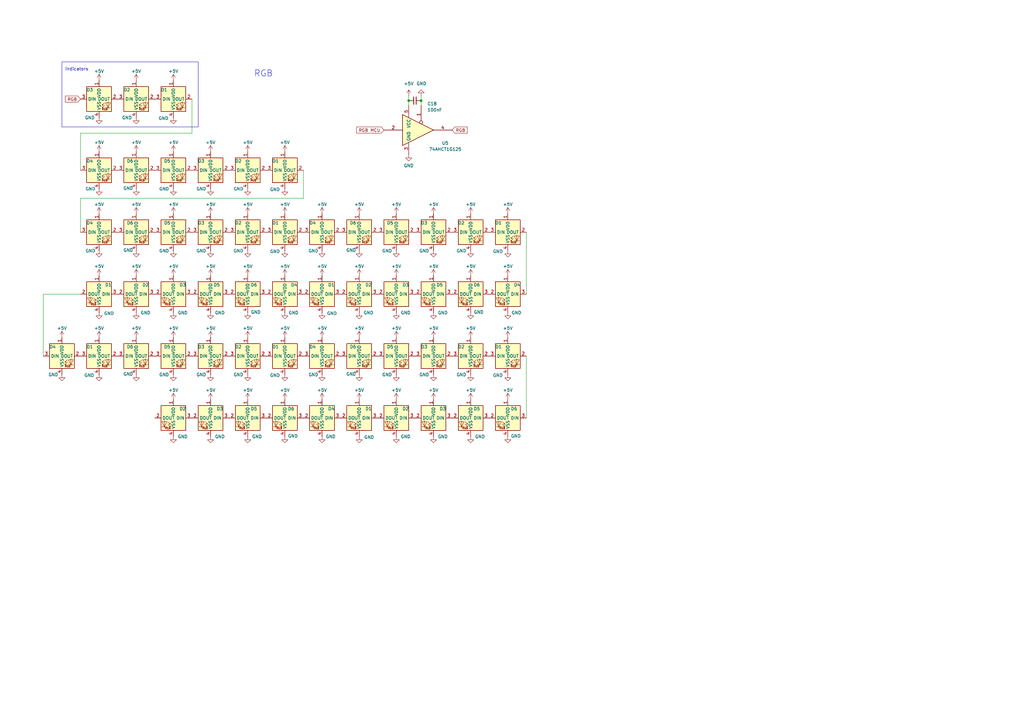
<source format=kicad_sch>
(kicad_sch (version 20230121) (generator eeschema)
  (paper "A3")
  (junction (at 167.64 41.275))
  (junction (at 172.72 41.275))
  (wire (pts (xy 167.64 39.37) (xy 167.64 41.275)))
  (wire (pts (xy 33.02 54.61) (xy 33.02 69.85)))
  (wire (pts (xy 172.72 41.275) (xy 172.72 43.18)))
  (wire (pts (xy 17.78 120.65) (xy 33.02 120.65)))
  (wire (pts (xy 33.02 81.28) (xy 33.02 95.25)))
  (wire (pts (xy 124.46 69.85) (xy 124.46 81.28)))
  (wire (pts (xy 17.78 120.65) (xy 17.78 146.05)))
  (wire (pts (xy 172.72 39.37) (xy 172.72 41.275)))
  (wire (pts (xy 215.9 146.05) (xy 215.9 171.45)))
  (wire (pts (xy 33.02 81.28) (xy 124.46 81.28)))
  (wire (pts (xy 167.64 41.275) (xy 167.64 43.18)))
  (wire (pts (xy 78.74 40.64) (xy 78.74 54.61)))
  (wire (pts (xy 215.9 95.25) (xy 215.9 120.65)))
  (wire (pts (xy 33.02 54.61) (xy 78.74 54.61)))
  (rectangle (start 25.4 25.4) (end 81.28 52.07))
  (text "RGB" (at 104.14 31.75 0) (effects (font (size 2.54 2.54)) (justify left bottom)))
  (text "indicators" (at 26.67 29.21 0) (effects (font (size 1.27 1.27)) (justify left bottom)))
  (global_label "RGB" (shape input) (at 33.02 40.64 180) (property "Intersheetrefs" "${INTERSHEET_REFS}" (effects hide)))
  (global_label "RGB MCU" (shape input) (at 157.48 53.34 180) (property "Intersheetrefs" "${INTERSHEET_REFS}" (effects hide)))
  (global_label "RGB" (shape input) (at 185.42 53.34 0) (property "Intersheetrefs" "${INTERSHEET_REFS}" (effects hide)))
  (symbol (lib_id "PCM_marbastlib-various:SK6812MINI-E") (at 208.28 120.65 0) (mirror y) (unit 1)
    (property "Reference" "D4" (at 212.09 116.84 0))
    (property "Value" "SK6812MINI-E" (effects hide))
    (property "Footprint" "PCM_marbastlib-various:LED_6028R" (effects hide))
    (property "Datasheet" "https://cdn-shop.adafruit.com/product-files/2686/SK6812MINI_REV.01-1-2.pdf" (effects hide))
    (property "LCSC Part" "C5149201" (effects hide))
    (property "LCSC" "C5149201" (effects hide))
    (instances (project "MoonPad" (path "" (reference "D4") (unit 1))) (project "vootington gaming" (path "" (reference "D7") (unit 1)) (path "" (reference "D19") (unit 1))))
  )
  (symbol (lib_id "power:+5V") (at 101.6 138.43 0) (mirror y) (unit 1)
    (property "Reference" "#PWR037" (effects hide))
    (property "Value" "+5V" (at 101.6 134.62 0))
    (instances (project "MoonPad" (path "" (reference "#PWR037") (unit 1))) (project "vootington gaming" (path "" (reference "#PWR037") (unit 1)) (path "" (reference "#PWR0269") (unit 1))))
  )
  (symbol (lib_id "power:GND") (at 132.08 102.87 0) (mirror y) (unit 1)
    (property "Reference" "#PWR045" (effects hide))
    (property "Value" "GND" (at 128.524 102.87 0))
    (instances (project "MoonPad" (path "" (reference "#PWR045") (unit 1))) (project "vootington gaming" (path "" (reference "#PWR051") (unit 1)) (path "" (reference "#PWR051") (unit 1))))
  )
  (symbol (lib_id "power:GND") (at 162.56 179.07 0) (unit 1)
    (property "Reference" "#PWR031" (effects hide))
    (property "Value" "GND" (at 166.37 179.07 0))
    (instances (project "MoonPad" (path "" (reference "#PWR031") (unit 1))) (project "vootington gaming" (path "" (reference "#PWR047") (unit 1)) (path "" (reference "#PWR0351") (unit 1))))
  )
  (symbol (lib_id "PCM_marbastlib-various:SK6812MINI-E") (at 132.08 146.05 0) (unit 1)
    (property "Reference" "D4" (at 128.27 142.24 0))
    (property "Value" "SK6812MINI-E" (effects hide))
    (property "Footprint" "PCM_marbastlib-various:LED_6028R" (effects hide))
    (property "Datasheet" "https://cdn-shop.adafruit.com/product-files/2686/SK6812MINI_REV.01-1-2.pdf" (effects hide))
    (property "LCSC Part" "C5149201" (effects hide))
    (property "LCSC" "C5149201" (effects hide))
    (instances (project "MoonPad" (path "" (reference "D4") (unit 1))) (project "vootington gaming" (path "" (reference "D7") (unit 1)) (path "" (reference "D37") (unit 1))))
  )
  (symbol (lib_id "power:GND") (at 132.08 128.27 0) (unit 1)
    (property "Reference" "#PWR043" (effects hide))
    (property "Value" "GND" (at 136.144 128.524 0))
    (instances (project "MoonPad" (path "" (reference "#PWR043") (unit 1))) (project "vootington gaming" (path "" (reference "#PWR046") (unit 1)) (path "" (reference "#PWR0338") (unit 1))))
  )
  (symbol (lib_id "power:GND") (at 55.88 48.26 0) (mirror y) (unit 1)
    (property "Reference" "#PWR031" (effects hide))
    (property "Value" "GND" (at 52.07 48.26 0))
    (instances (project "MoonPad" (path "" (reference "#PWR031") (unit 1))) (project "vootington gaming" (path "" (reference "#PWR047") (unit 1)) (path "" (reference "#PWR0123") (unit 1))))
  )
  (symbol (lib_id "power:GND") (at 132.08 153.67 0) (mirror y) (unit 1)
    (property "Reference" "#PWR045" (effects hide))
    (property "Value" "GND" (at 128.524 153.67 0))
    (instances (project "MoonPad" (path "" (reference "#PWR045") (unit 1))) (project "vootington gaming" (path "" (reference "#PWR051") (unit 1)) (path "" (reference "#PWR0331") (unit 1))))
  )
  (symbol (lib_id "power:+5V") (at 116.84 113.03 0) (unit 1)
    (property "Reference" "#PWR040" (effects hide))
    (property "Value" "+5V" (at 116.84 109.22 0))
    (instances (project "MoonPad" (path "" (reference "#PWR040") (unit 1))) (project "vootington gaming" (path "" (reference "#PWR038") (unit 1)) (path "" (reference "#PWR0252") (unit 1))))
  )
  (symbol (lib_id "PCM_marbastlib-various:SK6812MINI-E") (at 86.36 171.45 0) (mirror y) (unit 1)
    (property "Reference" "D3" (at 90.17 167.64 0))
    (property "Value" "SK6812MINI-E" (effects hide))
    (property "Footprint" "PCM_marbastlib-various:LED_6028R" (effects hide))
    (property "Datasheet" "https://datasheet.lcsc.com/lcsc/2209211130_OPSCO-Optoelectronics-SK6812MINI-B-012_C5183448.pdf" (effects hide))
    (property "LCSC Part" "C5183448" (effects hide))
    (property "LCSC" "C5183448" (effects hide))
    (instances (project "MoonPad" (path "" (reference "D3") (unit 1))) (project "vootington gaming" (path "" (reference "D4") (unit 1)) (path "" (reference "D46") (unit 1))))
  )
  (symbol (lib_id "power:+5V") (at 177.8 163.83 0) (unit 1)
    (property "Reference" "#PWR040" (effects hide))
    (property "Value" "+5V" (at 177.8 160.02 0))
    (instances (project "MoonPad" (path "" (reference "#PWR040") (unit 1))) (project "vootington gaming" (path "" (reference "#PWR038") (unit 1)) (path "" (reference "#PWR0294") (unit 1))))
  )
  (symbol (lib_id "PCM_marbastlib-various:SK6812MINI-E") (at 71.12 146.05 0) (unit 1)
    (property "Reference" "D5" (at 68.58 142.24 0))
    (property "Value" "SK6812MINI-E" (effects hide))
    (property "Footprint" "PCM_marbastlib-various:LED_6028R" (effects hide))
    (property "Datasheet" "https://datasheet.lcsc.com/lcsc/2209211130_OPSCO-Optoelectronics-SK6812MINI-B-012_C5183448.pdf" (effects hide))
    (property "LCSC Part" "C5183448" (effects hide))
    (property "LCSC" "C5183448" (effects hide))
    (instances (project "MoonPad" (path "" (reference "D5") (unit 1))) (project "vootington gaming" (path "" (reference "D5") (unit 1)) (path "" (reference "D29") (unit 1))))
  )
  (symbol (lib_id "power:+5V") (at 162.56 138.43 0) (mirror y) (unit 1)
    (property "Reference" "#PWR030" (effects hide))
    (property "Value" "+5V" (at 162.56 134.62 0))
    (instances (project "MoonPad" (path "" (reference "#PWR030") (unit 1))) (project "vootington gaming" (path "" (reference "#PWR036") (unit 1)) (path "" (reference "#PWR0277") (unit 1))))
  )
  (symbol (lib_id "PCM_marbastlib-various:SK6812MINI-E") (at 116.84 69.85 0) (unit 1)
    (property "Reference" "D1" (at 113.03 66.04 0))
    (property "Value" "SK6812MINI-E" (effects hide))
    (property "Footprint" "PCM_marbastlib-various:LED_6028R" (effects hide))
    (property "Datasheet" "https://cdn-shop.adafruit.com/product-files/2686/SK6812MINI_REV.01-1-2.pdf" (effects hide))
    (property "LCSC Part" "C5149201" (effects hide))
    (property "LCSC" "C5149201" (effects hide))
    (instances (project "MoonPad" (path "" (reference "D1") (unit 1))) (project "vootington gaming" (path "" (reference "D2") (unit 1)) (path "" (reference "D1") (unit 1))))
  )
  (symbol (lib_id "power:GND") (at 71.12 77.47 0) (mirror y) (unit 1)
    (property "Reference" "#PWR041" (effects hide))
    (property "Value" "GND" (at 67.31 77.47 0))
    (instances (project "MoonPad" (path "" (reference "#PWR041") (unit 1))) (project "vootington gaming" (path "" (reference "#PWR049") (unit 1)) (path "" (reference "#PWR032") (unit 1))))
  )
  (symbol (lib_id "power:+5V") (at 101.6 163.83 0) (unit 1)
    (property "Reference" "#PWR030" (effects hide))
    (property "Value" "+5V" (at 101.6 160.02 0))
    (instances (project "MoonPad" (path "" (reference "#PWR030") (unit 1))) (project "vootington gaming" (path "" (reference "#PWR036") (unit 1)) (path "" (reference "#PWR0301") (unit 1))))
  )
  (symbol (lib_id "power:+5V") (at 132.08 163.83 0) (unit 1)
    (property "Reference" "#PWR040" (effects hide))
    (property "Value" "+5V" (at 132.08 160.02 0))
    (instances (project "MoonPad" (path "" (reference "#PWR040") (unit 1))) (project "vootington gaming" (path "" (reference "#PWR038") (unit 1)) (path "" (reference "#PWR0303") (unit 1))))
  )
  (symbol (lib_id "PCM_marbastlib-various:SK6812MINI-E") (at 208.28 146.05 0) (unit 1)
    (property "Reference" "D1" (at 204.47 142.24 0))
    (property "Value" "SK6812MINI-E" (effects hide))
    (property "Footprint" "PCM_marbastlib-various:LED_6028R" (effects hide))
    (property "Datasheet" "https://cdn-shop.adafruit.com/product-files/2686/SK6812MINI_REV.01-1-2.pdf" (effects hide))
    (property "LCSC Part" "C5149201" (effects hide))
    (property "LCSC" "C5149201" (effects hide))
    (instances (project "MoonPad" (path "" (reference "D1") (unit 1))) (project "vootington gaming" (path "" (reference "D2") (unit 1)) (path "" (reference "D32") (unit 1))))
  )
  (symbol (lib_id "PCM_marbastlib-various:SK6812MINI-E") (at 71.12 69.85 0) (unit 1)
    (property "Reference" "D5" (at 68.58 66.04 0))
    (property "Value" "SK6812MINI-E" (effects hide))
    (property "Footprint" "PCM_marbastlib-various:LED_6028R" (effects hide))
    (property "Datasheet" "https://datasheet.lcsc.com/lcsc/2209211130_OPSCO-Optoelectronics-SK6812MINI-B-012_C5183448.pdf" (effects hide))
    (property "LCSC Part" "C5183448" (effects hide))
    (property "LCSC" "C5183448" (effects hide))
    (instances (project "MoonPad" (path "" (reference "D5") (unit 1))) (project "vootington gaming" (path "" (reference "D5") (unit 1)) (path "" (reference "D51") (unit 1))))
  )
  (symbol (lib_id "power:+5V") (at 132.08 138.43 0) (mirror y) (unit 1)
    (property "Reference" "#PWR040" (effects hide))
    (property "Value" "+5V" (at 132.08 134.62 0))
    (instances (project "MoonPad" (path "" (reference "#PWR040") (unit 1))) (project "vootington gaming" (path "" (reference "#PWR038") (unit 1)) (path "" (reference "#PWR0279") (unit 1))))
  )
  (symbol (lib_id "PCM_marbastlib-various:SK6812MINI-E") (at 101.6 171.45 0) (mirror y) (unit 1)
    (property "Reference" "D5" (at 104.14 167.64 0))
    (property "Value" "SK6812MINI-E" (effects hide))
    (property "Footprint" "PCM_marbastlib-various:LED_6028R" (effects hide))
    (property "Datasheet" "https://datasheet.lcsc.com/lcsc/2209211130_OPSCO-Optoelectronics-SK6812MINI-B-012_C5183448.pdf" (effects hide))
    (property "LCSC Part" "C5183448" (effects hide))
    (property "LCSC" "C5183448" (effects hide))
    (instances (project "MoonPad" (path "" (reference "D5") (unit 1))) (project "vootington gaming" (path "" (reference "D5") (unit 1)) (path "" (reference "D47") (unit 1))))
  )
  (symbol (lib_id "PCM_marbastlib-various:SK6812MINI-E") (at 116.84 171.45 0) (mirror y) (unit 1)
    (property "Reference" "D6" (at 119.38 167.64 0))
    (property "Value" "SK6812MINI-E" (effects hide))
    (property "Footprint" "PCM_marbastlib-various:LED_6028R" (effects hide))
    (property "Datasheet" "https://datasheet.lcsc.com/lcsc/2209211130_OPSCO-Optoelectronics-SK6812MINI-B-012_C5183448.pdf" (effects hide))
    (property "LCSC Part" "C5183448" (effects hide))
    (property "LCSC" "C5183448" (effects hide))
    (instances (project "MoonPad" (path "" (reference "D6") (unit 1))) (project "vootington gaming" (path "" (reference "D6") (unit 1)) (path "" (reference "D48") (unit 1))))
  )
  (symbol (lib_id "power:GND") (at 147.32 128.27 0) (unit 1)
    (property "Reference" "#PWR031" (effects hide))
    (property "Value" "GND" (at 151.13 128.27 0))
    (instances (project "MoonPad" (path "" (reference "#PWR031") (unit 1))) (project "vootington gaming" (path "" (reference "#PWR047") (unit 1)) (path "" (reference "#PWR0339") (unit 1))))
  )
  (symbol (lib_id "power:+5V") (at 116.84 163.83 0) (unit 1)
    (property "Reference" "#PWR037" (effects hide))
    (property "Value" "+5V" (at 116.84 160.02 0))
    (instances (project "MoonPad" (path "" (reference "#PWR037") (unit 1))) (project "vootington gaming" (path "" (reference "#PWR037") (unit 1)) (path "" (reference "#PWR0302") (unit 1))))
  )
  (symbol (lib_id "power:GND") (at 101.6 179.07 0) (unit 1)
    (property "Reference" "#PWR041" (effects hide))
    (property "Value" "GND" (at 105.41 179.07 0))
    (instances (project "MoonPad" (path "" (reference "#PWR041") (unit 1))) (project "vootington gaming" (path "" (reference "#PWR049") (unit 1)) (path "" (reference "#PWR0335") (unit 1))))
  )
  (symbol (lib_id "power:+5V") (at 40.64 33.02 0) (mirror y) (unit 1)
    (property "Reference" "#PWR040" (effects hide))
    (property "Value" "+5V" (at 40.64 29.21 0))
    (instances (project "MoonPad" (path "" (reference "#PWR040") (unit 1))) (project "vootington gaming" (path "" (reference "#PWR038") (unit 1)) (path "" (reference "#PWR0111") (unit 1))))
  )
  (symbol (lib_id "power:GND") (at 162.56 102.87 0) (mirror y) (unit 1)
    (property "Reference" "#PWR041" (effects hide))
    (property "Value" "GND" (at 158.75 102.87 0))
    (instances (project "MoonPad" (path "" (reference "#PWR041") (unit 1))) (project "vootington gaming" (path "" (reference "#PWR049") (unit 1)) (path "" (reference "#PWR049") (unit 1))))
  )
  (symbol (lib_id "power:GND") (at 40.64 102.87 0) (mirror y) (unit 1)
    (property "Reference" "#PWR045" (effects hide))
    (property "Value" "GND" (at 37.084 102.87 0))
    (instances (project "MoonPad" (path "" (reference "#PWR045") (unit 1))) (project "vootington gaming" (path "" (reference "#PWR051") (unit 1)) (path "" (reference "#PWR0319") (unit 1))))
  )
  (symbol (lib_id "power:+5V") (at 40.64 113.03 0) (unit 1)
    (property "Reference" "#PWR030" (effects hide))
    (property "Value" "+5V" (at 40.64 109.22 0))
    (instances (project "MoonPad" (path "" (reference "#PWR030") (unit 1))) (project "vootington gaming" (path "" (reference "#PWR036") (unit 1)) (path "" (reference "#PWR0244") (unit 1))))
  )
  (symbol (lib_id "PCM_marbastlib-various:SK6812MINI-E") (at 86.36 95.25 0) (unit 1)
    (property "Reference" "D3" (at 82.55 91.44 0))
    (property "Value" "SK6812MINI-E" (effects hide))
    (property "Footprint" "PCM_marbastlib-various:LED_6028R" (effects hide))
    (property "Datasheet" "https://datasheet.lcsc.com/lcsc/2209211130_OPSCO-Optoelectronics-SK6812MINI-B-012_C5183448.pdf" (effects hide))
    (property "LCSC Part" "C5183448" (effects hide))
    (property "LCSC" "C5183448" (effects hide))
    (instances (project "MoonPad" (path "" (reference "D3") (unit 1))) (project "vootington gaming" (path "" (reference "D4") (unit 1)) (path "" (reference "D10") (unit 1))))
  )
  (symbol (lib_id "PCM_marbastlib-various:SK6812MINI-E") (at 55.88 120.65 0) (mirror y) (unit 1)
    (property "Reference" "D2" (at 59.69 116.84 0))
    (property "Value" "SK6812MINI-E" (effects hide))
    (property "Footprint" "PCM_marbastlib-various:LED_6028R" (effects hide))
    (property "Datasheet" "https://datasheet.lcsc.com/lcsc/2209211130_OPSCO-Optoelectronics-SK6812MINI-B-012_C5183448.pdf" (effects hide))
    (property "LCSC Part" "C5183448" (effects hide))
    (property "LCSC" "C5183448" (effects hide))
    (instances (project "MoonPad" (path "" (reference "D2") (unit 1))) (project "vootington gaming" (path "" (reference "D3") (unit 1)) (path "" (reference "D21") (unit 1))))
  )
  (symbol (lib_id "power:+5V") (at 40.64 87.63 0) (mirror y) (unit 1)
    (property "Reference" "#PWR040" (effects hide))
    (property "Value" "+5V" (at 40.64 83.82 0))
    (instances (project "MoonPad" (path "" (reference "#PWR040") (unit 1))) (project "vootington gaming" (path "" (reference "#PWR038") (unit 1)) (path "" (reference "#PWR0240") (unit 1))))
  )
  (symbol (lib_id "PCM_marbastlib-various:SK6812MINI-E") (at 162.56 146.05 0) (unit 1)
    (property "Reference" "D5" (at 160.02 142.24 0))
    (property "Value" "SK6812MINI-E" (effects hide))
    (property "Footprint" "PCM_marbastlib-various:LED_6028R" (effects hide))
    (property "Datasheet" "https://datasheet.lcsc.com/lcsc/2209211130_OPSCO-Optoelectronics-SK6812MINI-B-012_C5183448.pdf" (effects hide))
    (property "LCSC Part" "C5183448" (effects hide))
    (property "LCSC" "C5183448" (effects hide))
    (instances (project "MoonPad" (path "" (reference "D5") (unit 1))) (project "vootington gaming" (path "" (reference "D5") (unit 1)) (path "" (reference "D35") (unit 1))))
  )
  (symbol (lib_id "PCM_marbastlib-various:SK6812MINI-E") (at 86.36 146.05 0) (unit 1)
    (property "Reference" "D3" (at 82.55 142.24 0))
    (property "Value" "SK6812MINI-E" (effects hide))
    (property "Footprint" "PCM_marbastlib-various:LED_6028R" (effects hide))
    (property "Datasheet" "https://datasheet.lcsc.com/lcsc/2209211130_OPSCO-Optoelectronics-SK6812MINI-B-012_C5183448.pdf" (effects hide))
    (property "LCSC Part" "C5183448" (effects hide))
    (property "LCSC" "C5183448" (effects hide))
    (instances (project "MoonPad" (path "" (reference "D3") (unit 1))) (project "vootington gaming" (path "" (reference "D4") (unit 1)) (path "" (reference "D28") (unit 1))))
  )
  (symbol (lib_id "PCM_marbastlib-various:SK6812MINI-E") (at 86.36 120.65 0) (mirror y) (unit 1)
    (property "Reference" "D5" (at 88.9 116.84 0))
    (property "Value" "SK6812MINI-E" (effects hide))
    (property "Footprint" "PCM_marbastlib-various:LED_6028R" (effects hide))
    (property "Datasheet" "https://datasheet.lcsc.com/lcsc/2209211130_OPSCO-Optoelectronics-SK6812MINI-B-012_C5183448.pdf" (effects hide))
    (property "LCSC Part" "C5183448" (effects hide))
    (property "LCSC" "C5183448" (effects hide))
    (instances (project "MoonPad" (path "" (reference "D5") (unit 1))) (project "vootington gaming" (path "" (reference "D5") (unit 1)) (path "" (reference "D23") (unit 1))))
  )
  (symbol (lib_id "PCM_marbastlib-various:SK6812MINI-E") (at 116.84 95.25 0) (unit 1)
    (property "Reference" "D1" (at 113.03 91.44 0))
    (property "Value" "SK6812MINI-E" (effects hide))
    (property "Footprint" "PCM_marbastlib-various:LED_6028R" (effects hide))
    (property "Datasheet" "https://cdn-shop.adafruit.com/product-files/2686/SK6812MINI_REV.01-1-2.pdf" (effects hide))
    (property "LCSC Part" "C5149201" (effects hide))
    (property "LCSC" "C5149201" (effects hide))
    (instances (project "MoonPad" (path "" (reference "D1") (unit 1))) (project "vootington gaming" (path "" (reference "D2") (unit 1)) (path "" (reference "D8") (unit 1))))
  )
  (symbol (lib_id "PCM_marbastlib-various:SK6812MINI-E") (at 40.64 146.05 0) (unit 1)
    (property "Reference" "D1" (at 36.83 142.24 0))
    (property "Value" "SK6812MINI-E" (effects hide))
    (property "Footprint" "PCM_marbastlib-various:LED_6028R" (effects hide))
    (property "Datasheet" "https://cdn-shop.adafruit.com/product-files/2686/SK6812MINI_REV.01-1-2.pdf" (effects hide))
    (property "LCSC Part" "C5149201" (effects hide))
    (property "LCSC" "C5149201" (effects hide))
    (instances (project "MoonPad" (path "" (reference "D1") (unit 1))) (project "vootington gaming" (path "" (reference "D2") (unit 1)) (path "" (reference "D44") (unit 1))))
  )
  (symbol (lib_id "power:GND") (at 193.04 128.27 0) (unit 1)
    (property "Reference" "#PWR033" (effects hide))
    (property "Value" "GND" (at 196.342 128.016 0))
    (instances (project "MoonPad" (path "" (reference "#PWR033") (unit 1))) (project "vootington gaming" (path "" (reference "#PWR050") (unit 1)) (path "" (reference "#PWR0342") (unit 1))))
  )
  (symbol (lib_id "PCM_marbastlib-various:SK6812MINI-E") (at 193.04 95.25 0) (unit 1)
    (property "Reference" "D2" (at 189.23 91.44 0))
    (property "Value" "SK6812MINI-E" (effects hide))
    (property "Footprint" "PCM_marbastlib-various:LED_6028R" (effects hide))
    (property "Datasheet" "https://datasheet.lcsc.com/lcsc/2209211130_OPSCO-Optoelectronics-SK6812MINI-B-012_C5183448.pdf" (effects hide))
    (property "LCSC Part" "C5183448" (effects hide))
    (property "LCSC" "C5183448" (effects hide))
    (instances (project "MoonPad" (path "" (reference "D2") (unit 1))) (project "vootington gaming" (path "" (reference "D3") (unit 1)) (path "" (reference "D3") (unit 1))))
  )
  (symbol (lib_id "power:GND") (at 86.36 128.27 0) (unit 1)
    (property "Reference" "#PWR041" (effects hide))
    (property "Value" "GND" (at 90.17 128.27 0))
    (instances (project "MoonPad" (path "" (reference "#PWR041") (unit 1))) (project "vootington gaming" (path "" (reference "#PWR049") (unit 1)) (path "" (reference "#PWR0323") (unit 1))))
  )
  (symbol (lib_id "power:GND") (at 101.6 77.47 0) (mirror y) (unit 1)
    (property "Reference" "#PWR031" (effects hide))
    (property "Value" "GND" (at 97.79 77.47 0))
    (instances (project "MoonPad" (path "" (reference "#PWR031") (unit 1))) (project "vootington gaming" (path "" (reference "#PWR047") (unit 1)) (path "" (reference "#PWR030") (unit 1))))
  )
  (symbol (lib_id "power:+5V") (at 116.84 87.63 0) (mirror y) (unit 1)
    (property "Reference" "#PWR030" (effects hide))
    (property "Value" "+5V" (at 116.84 83.82 0))
    (instances (project "MoonPad" (path "" (reference "#PWR030") (unit 1))) (project "vootington gaming" (path "" (reference "#PWR036") (unit 1)) (path "" (reference "#PWR0224") (unit 1))))
  )
  (symbol (lib_id "power:+5V") (at 147.32 113.03 0) (unit 1)
    (property "Reference" "#PWR037" (effects hide))
    (property "Value" "+5V" (at 147.32 109.22 0))
    (instances (project "MoonPad" (path "" (reference "#PWR037") (unit 1))) (project "vootington gaming" (path "" (reference "#PWR037") (unit 1)) (path "" (reference "#PWR0257") (unit 1))))
  )
  (symbol (lib_id "PCM_marbastlib-various:SK6812MINI-E") (at 55.88 95.25 0) (unit 1)
    (property "Reference" "D6" (at 53.34 91.44 0))
    (property "Value" "SK6812MINI-E" (effects hide))
    (property "Footprint" "PCM_marbastlib-various:LED_6028R" (effects hide))
    (property "Datasheet" "https://datasheet.lcsc.com/lcsc/2209211130_OPSCO-Optoelectronics-SK6812MINI-B-012_C5183448.pdf" (effects hide))
    (property "LCSC Part" "C5183448" (effects hide))
    (property "LCSC" "C5183448" (effects hide))
    (instances (project "MoonPad" (path "" (reference "D6") (unit 1))) (project "vootington gaming" (path "" (reference "D6") (unit 1)) (path "" (reference "D12") (unit 1))))
  )
  (symbol (lib_id "PCM_marbastlib-various:SK6812MINI-E") (at 101.6 146.05 0) (unit 1)
    (property "Reference" "D2" (at 97.79 142.24 0))
    (property "Value" "SK6812MINI-E" (effects hide))
    (property "Footprint" "PCM_marbastlib-various:LED_6028R" (effects hide))
    (property "Datasheet" "https://datasheet.lcsc.com/lcsc/2209211130_OPSCO-Optoelectronics-SK6812MINI-B-012_C5183448.pdf" (effects hide))
    (property "LCSC Part" "C5183448" (effects hide))
    (property "LCSC" "C5183448" (effects hide))
    (instances (project "MoonPad" (path "" (reference "D2") (unit 1))) (project "vootington gaming" (path "" (reference "D3") (unit 1)) (path "" (reference "D27") (unit 1))))
  )
  (symbol (lib_id "power:+5V") (at 71.12 62.23 0) (mirror y) (unit 1)
    (property "Reference" "#PWR030" (effects hide))
    (property "Value" "+5V" (at 71.12 58.42 0))
    (instances (project "MoonPad" (path "" (reference "#PWR030") (unit 1))) (project "vootington gaming" (path "" (reference "#PWR036") (unit 1)) (path "" (reference "#PWR026") (unit 1))))
  )
  (symbol (lib_id "power:GND") (at 101.6 128.27 0) (unit 1)
    (property "Reference" "#PWR033" (effects hide))
    (property "Value" "GND" (at 104.902 128.016 0))
    (instances (project "MoonPad" (path "" (reference "#PWR033") (unit 1))) (project "vootington gaming" (path "" (reference "#PWR050") (unit 1)) (path "" (reference "#PWR0324") (unit 1))))
  )
  (symbol (lib_id "power:+5V") (at 86.36 62.23 0) (mirror y) (unit 1)
    (property "Reference" "#PWR040" (effects hide))
    (property "Value" "+5V" (at 86.36 58.42 0))
    (instances (project "MoonPad" (path "" (reference "#PWR040") (unit 1))) (project "vootington gaming" (path "" (reference "#PWR038") (unit 1)) (path "" (reference "#PWR025") (unit 1))))
  )
  (symbol (lib_id "power:GND") (at 162.56 128.27 0) (unit 1)
    (property "Reference" "#PWR038" (effects hide))
    (property "Value" "GND" (at 166.37 128.27 0))
    (instances (project "MoonPad" (path "" (reference "#PWR038") (unit 1))) (project "vootington gaming" (path "" (reference "#PWR048") (unit 1)) (path "" (reference "#PWR0340") (unit 1))))
  )
  (symbol (lib_id "power:GND") (at 132.08 179.07 0) (unit 1)
    (property "Reference" "#PWR045" (effects hide))
    (property "Value" "GND" (at 135.636 179.07 0))
    (instances (project "MoonPad" (path "" (reference "#PWR045") (unit 1))) (project "vootington gaming" (path "" (reference "#PWR051") (unit 1)) (path "" (reference "#PWR0337") (unit 1))))
  )
  (symbol (lib_id "power:+5V") (at 40.64 138.43 0) (mirror y) (unit 1)
    (property "Reference" "#PWR030" (effects hide))
    (property "Value" "+5V" (at 40.64 134.62 0))
    (instances (project "MoonPad" (path "" (reference "#PWR030") (unit 1))) (project "vootington gaming" (path "" (reference "#PWR036") (unit 1)) (path "" (reference "#PWR0298") (unit 1))))
  )
  (symbol (lib_id "power:GND") (at 40.64 153.67 0) (mirror y) (unit 1)
    (property "Reference" "#PWR043" (effects hide))
    (property "Value" "GND" (at 36.576 153.924 0))
    (instances (project "MoonPad" (path "" (reference "#PWR043") (unit 1))) (project "vootington gaming" (path "" (reference "#PWR046") (unit 1)) (path "" (reference "#PWR0332") (unit 1))))
  )
  (symbol (lib_id "power:+5V") (at 86.36 163.83 0) (unit 1)
    (property "Reference" "#PWR040" (effects hide))
    (property "Value" "+5V" (at 86.36 160.02 0))
    (instances (project "MoonPad" (path "" (reference "#PWR040") (unit 1))) (project "vootington gaming" (path "" (reference "#PWR038") (unit 1)) (path "" (reference "#PWR0300") (unit 1))))
  )
  (symbol (lib_id "PCM_marbastlib-various:SK6812MINI-E") (at 132.08 171.45 0) (mirror y) (unit 1)
    (property "Reference" "D4" (at 135.89 167.64 0))
    (property "Value" "SK6812MINI-E" (effects hide))
    (property "Footprint" "PCM_marbastlib-various:LED_6028R" (effects hide))
    (property "Datasheet" "https://cdn-shop.adafruit.com/product-files/2686/SK6812MINI_REV.01-1-2.pdf" (effects hide))
    (property "LCSC Part" "C5149201" (effects hide))
    (property "LCSC" "C5149201" (effects hide))
    (instances (project "MoonPad" (path "" (reference "D4") (unit 1))) (project "vootington gaming" (path "" (reference "D7") (unit 1)) (path "" (reference "D49") (unit 1))))
  )
  (symbol (lib_id "power:+5V") (at 162.56 113.03 0) (unit 1)
    (property "Reference" "#PWR040" (effects hide))
    (property "Value" "+5V" (at 162.56 109.22 0))
    (instances (project "MoonPad" (path "" (reference "#PWR040") (unit 1))) (project "vootington gaming" (path "" (reference "#PWR038") (unit 1)) (path "" (reference "#PWR0258") (unit 1))))
  )
  (symbol (lib_id "power:GND") (at 71.12 128.27 0) (unit 1)
    (property "Reference" "#PWR038" (effects hide))
    (property "Value" "GND" (at 74.93 128.27 0))
    (instances (project "MoonPad" (path "" (reference "#PWR038") (unit 1))) (project "vootington gaming" (path "" (reference "#PWR048") (unit 1)) (path "" (reference "#PWR0322") (unit 1))))
  )
  (symbol (lib_id "PCM_marbastlib-various:SK6812MINI-E") (at 193.04 146.05 0) (unit 1)
    (property "Reference" "D2" (at 189.23 142.24 0))
    (property "Value" "SK6812MINI-E" (effects hide))
    (property "Footprint" "PCM_marbastlib-various:LED_6028R" (effects hide))
    (property "Datasheet" "https://datasheet.lcsc.com/lcsc/2209211130_OPSCO-Optoelectronics-SK6812MINI-B-012_C5183448.pdf" (effects hide))
    (property "LCSC Part" "C5183448" (effects hide))
    (property "LCSC" "C5183448" (effects hide))
    (instances (project "MoonPad" (path "" (reference "D2") (unit 1))) (project "vootington gaming" (path "" (reference "D3") (unit 1)) (path "" (reference "D33") (unit 1))))
  )
  (symbol (lib_id "power:GND") (at 55.88 128.27 0) (unit 1)
    (property "Reference" "#PWR031" (effects hide))
    (property "Value" "GND" (at 59.69 128.27 0))
    (instances (project "MoonPad" (path "" (reference "#PWR031") (unit 1))) (project "vootington gaming" (path "" (reference "#PWR047") (unit 1)) (path "" (reference "#PWR0321") (unit 1))))
  )
  (symbol (lib_id "power:+5V") (at 116.84 62.23 0) (mirror y) (unit 1)
    (property "Reference" "#PWR030" (effects hide))
    (property "Value" "+5V" (at 116.84 58.42 0))
    (instances (project "MoonPad" (path "" (reference "#PWR030") (unit 1))) (project "vootington gaming" (path "" (reference "#PWR036") (unit 1)) (path "" (reference "#PWR023") (unit 1))))
  )
  (symbol (lib_id "PCM_marbastlib-various:SK6812MINI-E") (at 147.32 171.45 0) (mirror y) (unit 1)
    (property "Reference" "D1" (at 151.13 167.64 0))
    (property "Value" "SK6812MINI-E" (effects hide))
    (property "Footprint" "PCM_marbastlib-various:LED_6028R" (effects hide))
    (property "Datasheet" "https://cdn-shop.adafruit.com/product-files/2686/SK6812MINI_REV.01-1-2.pdf" (effects hide))
    (property "LCSC Part" "C5149201" (effects hide))
    (property "LCSC" "C5149201" (effects hide))
    (instances (project "MoonPad" (path "" (reference "D1") (unit 1))) (project "vootington gaming" (path "" (reference "D2") (unit 1)) (path "" (reference "D38") (unit 1))))
  )
  (symbol (lib_id "power:+5V") (at 55.88 113.03 0) (unit 1)
    (property "Reference" "#PWR037" (effects hide))
    (property "Value" "+5V" (at 55.88 109.22 0))
    (instances (project "MoonPad" (path "" (reference "#PWR037") (unit 1))) (project "vootington gaming" (path "" (reference "#PWR037") (unit 1)) (path "" (reference "#PWR0245") (unit 1))))
  )
  (symbol (lib_id "power:+5V") (at 132.08 87.63 0) (mirror y) (unit 1)
    (property "Reference" "#PWR040" (effects hide))
    (property "Value" "+5V" (at 132.08 83.82 0))
    (instances (project "MoonPad" (path "" (reference "#PWR040") (unit 1))) (project "vootington gaming" (path "" (reference "#PWR038") (unit 1)) (path "" (reference "#PWR038") (unit 1))))
  )
  (symbol (lib_id "power:GND") (at 172.72 39.37 180) (unit 1)
    (property "Reference" "#PWR0137" (effects hide))
    (property "Value" "GND" (at 170.815 34.29 0) (effects (justify right)))
    (instances (project "rgb" (path "" (reference "#PWR0137") (unit 1))) (project "vootington gaming" (path "" (reference "#PWR017") (unit 1))) (project "UB46" (path "" (reference "#PWR0137") (unit 1))))
  )
  (symbol (lib_id "power:GND") (at 147.32 102.87 0) (mirror y) (unit 1)
    (property "Reference" "#PWR033" (effects hide))
    (property "Value" "GND" (at 144.018 102.616 0))
    (instances (project "MoonPad" (path "" (reference "#PWR033") (unit 1))) (project "vootington gaming" (path "" (reference "#PWR050") (unit 1)) (path "" (reference "#PWR050") (unit 1))))
  )
  (symbol (lib_id "PCM_marbastlib-various:SK6812MINI-E") (at 55.88 146.05 0) (unit 1)
    (property "Reference" "D6" (at 53.34 142.24 0))
    (property "Value" "SK6812MINI-E" (effects hide))
    (property "Footprint" "PCM_marbastlib-various:LED_6028R" (effects hide))
    (property "Datasheet" "https://datasheet.lcsc.com/lcsc/2209211130_OPSCO-Optoelectronics-SK6812MINI-B-012_C5183448.pdf" (effects hide))
    (property "LCSC Part" "C5183448" (effects hide))
    (property "LCSC" "C5183448" (effects hide))
    (instances (project "MoonPad" (path "" (reference "D6") (unit 1))) (project "vootington gaming" (path "" (reference "D6") (unit 1)) (path "" (reference "D30") (unit 1))))
  )
  (symbol (lib_id "power:+5V") (at 71.12 138.43 0) (mirror y) (unit 1)
    (property "Reference" "#PWR030" (effects hide))
    (property "Value" "+5V" (at 71.12 134.62 0))
    (instances (project "MoonPad" (path "" (reference "#PWR030") (unit 1))) (project "vootington gaming" (path "" (reference "#PWR036") (unit 1)) (path "" (reference "#PWR0271") (unit 1))))
  )
  (symbol (lib_id "power:GND") (at 55.88 77.47 0) (mirror y) (unit 1)
    (property "Reference" "#PWR033" (effects hide))
    (property "Value" "GND" (at 52.578 77.216 0))
    (instances (project "MoonPad" (path "" (reference "#PWR033") (unit 1))) (project "vootington gaming" (path "" (reference "#PWR050") (unit 1)) (path "" (reference "#PWR0105") (unit 1))))
  )
  (symbol (lib_id "power:+5V") (at 193.04 87.63 0) (mirror y) (unit 1)
    (property "Reference" "#PWR026" (effects hide))
    (property "Value" "+5V" (at 193.04 83.82 0))
    (instances (project "MoonPad" (path "" (reference "#PWR026") (unit 1))) (project "vootington gaming" (path "" (reference "#PWR034") (unit 1)) (path "" (reference "#PWR034") (unit 1))))
  )
  (symbol (lib_id "power:GND") (at 71.12 102.87 0) (mirror y) (unit 1)
    (property "Reference" "#PWR041" (effects hide))
    (property "Value" "GND" (at 67.31 102.87 0))
    (instances (project "MoonPad" (path "" (reference "#PWR041") (unit 1))) (project "vootington gaming" (path "" (reference "#PWR049") (unit 1)) (path "" (reference "#PWR0317") (unit 1))))
  )
  (symbol (lib_id "power:+5V") (at 71.12 87.63 0) (mirror y) (unit 1)
    (property "Reference" "#PWR030" (effects hide))
    (property "Value" "+5V" (at 71.12 83.82 0))
    (instances (project "MoonPad" (path "" (reference "#PWR030") (unit 1))) (project "vootington gaming" (path "" (reference "#PWR036") (unit 1)) (path "" (reference "#PWR0238") (unit 1))))
  )
  (symbol (lib_id "power:+5V") (at 208.28 113.03 0) (unit 1)
    (property "Reference" "#PWR040" (effects hide))
    (property "Value" "+5V" (at 208.28 109.22 0))
    (instances (project "MoonPad" (path "" (reference "#PWR040") (unit 1))) (project "vootington gaming" (path "" (reference "#PWR038") (unit 1)) (path "" (reference "#PWR0264") (unit 1))))
  )
  (symbol (lib_id "PCM_marbastlib-various:SK6812MINI-E") (at 71.12 40.64 0) (unit 1)
    (property "Reference" "D1" (at 67.31 36.83 0))
    (property "Value" "SK6812MINI-E" (effects hide))
    (property "Footprint" "PCM_marbastlib-various:LED_6028R" (effects hide))
    (property "Datasheet" "https://cdn-shop.adafruit.com/product-files/2686/SK6812MINI_REV.01-1-2.pdf" (effects hide))
    (property "LCSC Part" "C5149201" (effects hide))
    (property "LCSC" "C5149201" (effects hide))
    (instances (project "MoonPad" (path "" (reference "D1") (unit 1))) (project "vootington gaming" (path "" (reference "D2") (unit 1)) (path "" (reference "D56") (unit 1))))
  )
  (symbol (lib_id "power:+5V") (at 208.28 138.43 0) (mirror y) (unit 1)
    (property "Reference" "#PWR030" (effects hide))
    (property "Value" "+5V" (at 208.28 134.62 0))
    (instances (project "MoonPad" (path "" (reference "#PWR030") (unit 1))) (project "vootington gaming" (path "" (reference "#PWR036") (unit 1)) (path "" (reference "#PWR0274") (unit 1))))
  )
  (symbol (lib_id "power:+5V") (at 55.88 33.02 0) (mirror y) (unit 1)
    (property "Reference" "#PWR037" (effects hide))
    (property "Value" "+5V" (at 55.88 29.21 0))
    (instances (project "MoonPad" (path "" (reference "#PWR037") (unit 1))) (project "vootington gaming" (path "" (reference "#PWR037") (unit 1)) (path "" (reference "#PWR0112") (unit 1))))
  )
  (symbol (lib_id "power:+5V") (at 147.32 87.63 0) (mirror y) (unit 1)
    (property "Reference" "#PWR037" (effects hide))
    (property "Value" "+5V" (at 147.32 83.82 0))
  )
  (symbol (lib_id "power:GND") (at 167.64 63.5 0) (unit 1)
    (property "Reference" "#PWR0136" (effects hide))
    (property "Value" "GND" (at 167.64 67.945 0))
    (instances (project "rgb" (path "" (reference "#PWR0136") (unit 1))) (project "vootington gaming" (path "" (reference "#PWR019") (unit 1))) (project "UB46" (path "" (reference "#PWR0136") (unit 1))))
  )
  (symbol (lib_id "power:+5V") (at 86.36 87.63 0) (mirror y) (unit 1)
    (property "Reference" "#PWR040" (effects hide))
    (property "Value" "+5V" (at 86.36 83.82 0))
    (instances (project "MoonPad" (path "" (reference "#PWR040") (unit 1))) (project "vootington gaming" (path "" (reference "#PWR038") (unit 1)) (path "" (reference "#PWR0226") (unit 1))))
  )
  (symbol (lib_id "power:GND") (at 193.04 153.67 0) (mirror y) (unit 1)
    (property "Reference" "#PWR031" (effects hide))
    (property "Value" "GND" (at 189.23 153.67 0))
    (instances (project "MoonPad" (path "" (reference "#PWR031") (unit 1))) (project "vootington gaming" (path "" (reference "#PWR047") (unit 1)) (path "" (reference "#PWR0327") (unit 1))))
  )
  (symbol (lib_id "PCM_marbastlib-various:SK6812MINI-E") (at 177.8 171.45 0) (mirror y) (unit 1)
    (property "Reference" "D3" (at 181.61 167.64 0))
    (property "Value" "SK6812MINI-E" (effects hide))
    (property "Footprint" "PCM_marbastlib-various:LED_6028R" (effects hide))
    (property "Datasheet" "https://datasheet.lcsc.com/lcsc/2209211130_OPSCO-Optoelectronics-SK6812MINI-B-012_C5183448.pdf" (effects hide))
    (property "LCSC Part" "C5183448" (effects hide))
    (property "LCSC" "C5183448" (effects hide))
    (instances (project "MoonPad" (path "" (reference "D3") (unit 1))) (project "vootington gaming" (path "" (reference "D4") (unit 1)) (path "" (reference "D40") (unit 1))))
  )
  (symbol (lib_id "power:+5V") (at 177.8 138.43 0) (mirror y) (unit 1)
    (property "Reference" "#PWR040" (effects hide))
    (property "Value" "+5V" (at 177.8 134.62 0))
    (instances (project "MoonPad" (path "" (reference "#PWR040") (unit 1))) (project "vootington gaming" (path "" (reference "#PWR038") (unit 1)) (path "" (reference "#PWR0276") (unit 1))))
  )
  (symbol (lib_id "power:+5V") (at 25.4 138.43 0) (mirror y) (unit 1)
    (property "Reference" "#PWR040" (effects hide))
    (property "Value" "+5V" (at 25.4 134.62 0))
    (instances (project "MoonPad" (path "" (reference "#PWR040") (unit 1))) (project "vootington gaming" (path "" (reference "#PWR038") (unit 1)) (path "" (reference "#PWR0273") (unit 1))))
  )
  (symbol (lib_id "PCM_marbastlib-various:SK6812MINI-E") (at 71.12 120.65 0) (mirror y) (unit 1)
    (property "Reference" "D3" (at 74.93 116.84 0))
    (property "Value" "SK6812MINI-E" (effects hide))
    (property "Footprint" "PCM_marbastlib-various:LED_6028R" (effects hide))
    (property "Datasheet" "https://datasheet.lcsc.com/lcsc/2209211130_OPSCO-Optoelectronics-SK6812MINI-B-012_C5183448.pdf" (effects hide))
    (property "LCSC Part" "C5183448" (effects hide))
    (property "LCSC" "C5183448" (effects hide))
    (instances (project "MoonPad" (path "" (reference "D3") (unit 1))) (project "vootington gaming" (path "" (reference "D4") (unit 1)) (path "" (reference "D22") (unit 1))))
  )
  (symbol (lib_id "power:+5V") (at 208.28 163.83 0) (unit 1)
    (property "Reference" "#PWR037" (effects hide))
    (property "Value" "+5V" (at 208.28 160.02 0))
    (instances (project "MoonPad" (path "" (reference "#PWR037") (unit 1))) (project "vootington gaming" (path "" (reference "#PWR037") (unit 1)) (path "" (reference "#PWR0296") (unit 1))))
  )
  (symbol (lib_id "power:GND") (at 40.64 48.26 0) (mirror y) (unit 1)
    (property "Reference" "#PWR038" (effects hide))
    (property "Value" "GND" (at 36.83 48.26 0))
    (instances (project "MoonPad" (path "" (reference "#PWR038") (unit 1))) (project "vootington gaming" (path "" (reference "#PWR048") (unit 1)) (path "" (reference "#PWR0121") (unit 1))))
  )
  (symbol (lib_id "PCM_marbastlib-various:SK6812MINI-E") (at 71.12 95.25 0) (unit 1)
    (property "Reference" "D5" (at 68.58 91.44 0))
    (property "Value" "SK6812MINI-E" (effects hide))
    (property "Footprint" "PCM_marbastlib-various:LED_6028R" (effects hide))
    (property "Datasheet" "https://datasheet.lcsc.com/lcsc/2209211130_OPSCO-Optoelectronics-SK6812MINI-B-012_C5183448.pdf" (effects hide))
    (property "LCSC Part" "C5183448" (effects hide))
    (property "LCSC" "C5183448" (effects hide))
    (instances (project "MoonPad" (path "" (reference "D5") (unit 1))) (project "vootington gaming" (path "" (reference "D5") (unit 1)) (path "" (reference "D11") (unit 1))))
  )
  (symbol (lib_id "power:GND") (at 177.8 179.07 0) (unit 1)
    (property "Reference" "#PWR038" (effects hide))
    (property "Value" "GND" (at 181.61 179.07 0))
    (instances (project "MoonPad" (path "" (reference "#PWR038") (unit 1))) (project "vootington gaming" (path "" (reference "#PWR048") (unit 1)) (path "" (reference "#PWR0352") (unit 1))))
  )
  (symbol (lib_id "PCM_marbastlib-various:SK6812MINI-E") (at 71.12 171.45 0) (mirror y) (unit 1)
    (property "Reference" "D2" (at 74.93 167.64 0))
    (property "Value" "SK6812MINI-E" (effects hide))
    (property "Footprint" "PCM_marbastlib-various:LED_6028R" (effects hide))
    (property "Datasheet" "https://datasheet.lcsc.com/lcsc/2209211130_OPSCO-Optoelectronics-SK6812MINI-B-012_C5183448.pdf" (effects hide))
    (property "LCSC Part" "C5183448" (effects hide))
    (property "LCSC" "C5183448" (effects hide))
    (instances (project "MoonPad" (path "" (reference "D2") (unit 1))) (project "vootington gaming" (path "" (reference "D3") (unit 1)) (path "" (reference "D45") (unit 1))))
  )
  (symbol (lib_id "PCM_marbastlib-various:SK6812MINI-E") (at 177.8 146.05 0) (unit 1)
    (property "Reference" "D3" (at 173.99 142.24 0))
    (property "Value" "SK6812MINI-E" (effects hide))
    (property "Footprint" "PCM_marbastlib-various:LED_6028R" (effects hide))
    (property "Datasheet" "https://datasheet.lcsc.com/lcsc/2209211130_OPSCO-Optoelectronics-SK6812MINI-B-012_C5183448.pdf" (effects hide))
    (property "LCSC Part" "C5183448" (effects hide))
    (property "LCSC" "C5183448" (effects hide))
    (instances (project "MoonPad" (path "" (reference "D3") (unit 1))) (project "vootington gaming" (path "" (reference "D4") (unit 1)) (path "" (reference "D34") (unit 1))))
  )
  (symbol (lib_id "power:+5V") (at 147.32 163.83 0) (unit 1)
    (property "Reference" "#PWR030" (effects hide))
    (property "Value" "+5V" (at 147.32 160.02 0))
    (instances (project "MoonPad" (path "" (reference "#PWR030") (unit 1))) (project "vootington gaming" (path "" (reference "#PWR036") (unit 1)) (path "" (reference "#PWR0292") (unit 1))))
  )
  (symbol (lib_id "PCM_marbastlib-various:SK6812MINI-E") (at 147.32 95.25 0) (unit 1)
    (property "Reference" "D6" (at 144.78 91.44 0))
    (property "Value" "SK6812MINI-E" (effects hide))
    (property "Footprint" "PCM_marbastlib-various:LED_6028R" (effects hide))
    (property "Datasheet" "https://datasheet.lcsc.com/lcsc/2209211130_OPSCO-Optoelectronics-SK6812MINI-B-012_C5183448.pdf" (effects hide))
    (property "LCSC Part" "C5183448" (effects hide))
    (property "LCSC" "C5183448" (effects hide))
  )
  (symbol (lib_id "74xGxx:74AHCT1G125") (at 172.72 53.34 0) (unit 1)
    (property "Reference" "U5" (at 182.626 58.674 0))
    (property "Value" "74AHCT1G125" (at 182.626 61.214 0))
    (property "Footprint" "Package_TO_SOT_SMD:TSOT-23-5" (effects hide))
    (property "Datasheet" "http://www.ti.com/lit/sg/scyt129e/scyt129e.pdf" (effects hide))
    (instances (project "rgb" (path "" (reference "U5") (unit 1))) (project "vootington gaming" (path "" (reference "U46") (unit 1))) (project "UB46" (path "" (reference "U5") (unit 1))))
  )
  (symbol (lib_id "power:GND") (at 40.64 77.47 0) (mirror y) (unit 1)
    (property "Reference" "#PWR045" (effects hide))
    (property "Value" "GND" (at 37.084 77.47 0))
    (instances (project "MoonPad" (path "" (reference "#PWR045") (unit 1))) (project "vootington gaming" (path "" (reference "#PWR051") (unit 1)) (path "" (reference "#PWR0106") (unit 1))))
  )
  (symbol (lib_id "power:GND") (at 208.28 128.27 0) (unit 1)
    (property "Reference" "#PWR045" (effects hide))
    (property "Value" "GND" (at 211.836 128.27 0))
    (instances (project "MoonPad" (path "" (reference "#PWR045") (unit 1))) (project "vootington gaming" (path "" (reference "#PWR051") (unit 1)) (path "" (reference "#PWR0343") (unit 1))))
  )
  (symbol (lib_id "power:+5V") (at 177.8 87.63 0) (mirror y) (unit 1)
    (property "Reference" "#PWR027" (effects hide))
    (property "Value" "+5V" (at 177.8 83.82 0))
    (instances (project "MoonPad" (path "" (reference "#PWR027") (unit 1))) (project "vootington gaming" (path "" (reference "#PWR035") (unit 1)) (path "" (reference "#PWR035") (unit 1))))
  )
  (symbol (lib_id "power:GND") (at 177.8 153.67 0) (mirror y) (unit 1)
    (property "Reference" "#PWR038" (effects hide))
    (property "Value" "GND" (at 173.99 153.67 0))
    (instances (project "MoonPad" (path "" (reference "#PWR038") (unit 1))) (project "vootington gaming" (path "" (reference "#PWR048") (unit 1)) (path "" (reference "#PWR0328") (unit 1))))
  )
  (symbol (lib_id "power:GND") (at 177.8 128.27 0) (unit 1)
    (property "Reference" "#PWR041" (effects hide))
    (property "Value" "GND" (at 181.61 128.27 0))
    (instances (project "MoonPad" (path "" (reference "#PWR041") (unit 1))) (project "vootington gaming" (path "" (reference "#PWR049") (unit 1)) (path "" (reference "#PWR0341") (unit 1))))
  )
  (symbol (lib_id "power:+5V") (at 162.56 87.63 0) (mirror y) (unit 1)
    (property "Reference" "#PWR030" (effects hide))
    (property "Value" "+5V" (at 162.56 83.82 0))
    (instances (project "MoonPad" (path "" (reference "#PWR030") (unit 1))) (project "vootington gaming" (path "" (reference "#PWR036") (unit 1)) (path "" (reference "#PWR036") (unit 1))))
  )
  (symbol (lib_id "power:+5V") (at 167.64 39.37 0) (unit 1)
    (property "Reference" "#PWR0138" (effects hide))
    (property "Value" "+5V" (at 167.64 34.29 0))
    (instances (project "rgb" (path "" (reference "#PWR0138") (unit 1))) (project "vootington gaming" (path "" (reference "#PWR016") (unit 1))) (project "UB46" (path "" (reference "#PWR0138") (unit 1))))
  )
  (symbol (lib_id "PCM_marbastlib-various:SK6812MINI-E") (at 101.6 120.65 0) (mirror y) (unit 1)
    (property "Reference" "D6" (at 104.14 116.84 0))
    (property "Value" "SK6812MINI-E" (effects hide))
    (property "Footprint" "PCM_marbastlib-various:LED_6028R" (effects hide))
    (property "Datasheet" "https://datasheet.lcsc.com/lcsc/2209211130_OPSCO-Optoelectronics-SK6812MINI-B-012_C5183448.pdf" (effects hide))
    (property "LCSC Part" "C5183448" (effects hide))
    (property "LCSC" "C5183448" (effects hide))
    (instances (project "MoonPad" (path "" (reference "D6") (unit 1))) (project "vootington gaming" (path "" (reference "D6") (unit 1)) (path "" (reference "D24") (unit 1))))
  )
  (symbol (lib_id "power:+5V") (at 193.04 113.03 0) (unit 1)
    (property "Reference" "#PWR037" (effects hide))
    (property "Value" "+5V" (at 193.04 109.22 0))
    (instances (project "MoonPad" (path "" (reference "#PWR037") (unit 1))) (project "vootington gaming" (path "" (reference "#PWR037") (unit 1)) (path "" (reference "#PWR0263") (unit 1))))
  )
  (symbol (lib_id "PCM_marbastlib-various:SK6812MINI-E") (at 116.84 120.65 0) (mirror y) (unit 1)
    (property "Reference" "D4" (at 120.65 116.84 0))
    (property "Value" "SK6812MINI-E" (effects hide))
    (property "Footprint" "PCM_marbastlib-various:LED_6028R" (effects hide))
    (property "Datasheet" "https://cdn-shop.adafruit.com/product-files/2686/SK6812MINI_REV.01-1-2.pdf" (effects hide))
    (property "LCSC Part" "C5149201" (effects hide))
    (property "LCSC" "C5149201" (effects hide))
    (instances (project "MoonPad" (path "" (reference "D4") (unit 1))) (project "vootington gaming" (path "" (reference "D7") (unit 1)) (path "" (reference "D25") (unit 1))))
  )
  (symbol (lib_id "power:+5V") (at 71.12 113.03 0) (unit 1)
    (property "Reference" "#PWR040" (effects hide))
    (property "Value" "+5V" (at 71.12 109.22 0))
    (instances (project "MoonPad" (path "" (reference "#PWR040") (unit 1))) (project "vootington gaming" (path "" (reference "#PWR038") (unit 1)) (path "" (reference "#PWR0246") (unit 1))))
  )
  (symbol (lib_id "power:GND") (at 86.36 153.67 0) (mirror y) (unit 1)
    (property "Reference" "#PWR038" (effects hide))
    (property "Value" "GND" (at 82.55 153.67 0))
    (instances (project "MoonPad" (path "" (reference "#PWR038") (unit 1))) (project "vootington gaming" (path "" (reference "#PWR048") (unit 1)) (path "" (reference "#PWR0346") (unit 1))))
  )
  (symbol (lib_id "PCM_marbastlib-various:SK6812MINI-E") (at 208.28 95.25 0) (unit 1)
    (property "Reference" "D1" (at 204.47 91.44 0))
    (property "Value" "SK6812MINI-E" (effects hide))
    (property "Footprint" "PCM_marbastlib-various:LED_6028R" (effects hide))
    (property "Datasheet" "https://cdn-shop.adafruit.com/product-files/2686/SK6812MINI_REV.01-1-2.pdf" (effects hide))
    (property "LCSC Part" "C5149201" (effects hide))
    (property "LCSC" "C5149201" (effects hide))
    (instances (project "MoonPad" (path "" (reference "D1") (unit 1))) (project "vootington gaming" (path "" (reference "D2") (unit 1)) (path "" (reference "D2") (unit 1))))
  )
  (symbol (lib_id "power:GND") (at 147.32 179.07 0) (unit 1)
    (property "Reference" "#PWR043" (effects hide))
    (property "Value" "GND" (at 151.384 179.324 0))
    (instances (project "MoonPad" (path "" (reference "#PWR043") (unit 1))) (project "vootington gaming" (path "" (reference "#PWR046") (unit 1)) (path "" (reference "#PWR0350") (unit 1))))
  )
  (symbol (lib_id "PCM_marbastlib-various:SK6812MINI-E") (at 208.28 171.45 0) (mirror y) (unit 1)
    (property "Reference" "D6" (at 210.82 167.64 0))
    (property "Value" "SK6812MINI-E" (effects hide))
    (property "Footprint" "PCM_marbastlib-various:LED_6028R" (effects hide))
    (property "Datasheet" "https://datasheet.lcsc.com/lcsc/2209211130_OPSCO-Optoelectronics-SK6812MINI-B-012_C5183448.pdf" (effects hide))
    (property "LCSC Part" "C5183448" (effects hide))
    (property "LCSC" "C5183448" (effects hide))
    (instances (project "MoonPad" (path "" (reference "D6") (unit 1))) (project "vootington gaming" (path "" (reference "D6") (unit 1)) (path "" (reference "D42") (unit 1))))
  )
  (symbol (lib_id "power:GND") (at 55.88 102.87 0) (mirror y) (unit 1)
    (property "Reference" "#PWR033" (effects hide))
    (property "Value" "GND" (at 52.578 102.616 0))
    (instances (project "MoonPad" (path "" (reference "#PWR033") (unit 1))) (project "vootington gaming" (path "" (reference "#PWR050") (unit 1)) (path "" (reference "#PWR0318") (unit 1))))
  )
  (symbol (lib_id "power:GND") (at 177.8 102.87 0) (mirror y) (unit 1)
    (property "Reference" "#PWR038" (effects hide))
    (property "Value" "GND" (at 173.99 102.87 0))
    (instances (project "MoonPad" (path "" (reference "#PWR038") (unit 1))) (project "vootington gaming" (path "" (reference "#PWR048") (unit 1)) (path "" (reference "#PWR048") (unit 1))))
  )
  (symbol (lib_id "power:GND") (at 55.88 153.67 0) (mirror y) (unit 1)
    (property "Reference" "#PWR033" (effects hide))
    (property "Value" "GND" (at 52.578 153.416 0))
    (instances (project "MoonPad" (path "" (reference "#PWR033") (unit 1))) (project "vootington gaming" (path "" (reference "#PWR050") (unit 1)) (path "" (reference "#PWR0348") (unit 1))))
  )
  (symbol (lib_id "power:GND") (at 71.12 153.67 0) (mirror y) (unit 1)
    (property "Reference" "#PWR041" (effects hide))
    (property "Value" "GND" (at 67.31 153.67 0))
    (instances (project "MoonPad" (path "" (reference "#PWR041") (unit 1))) (project "vootington gaming" (path "" (reference "#PWR049") (unit 1)) (path "" (reference "#PWR0347") (unit 1))))
  )
  (symbol (lib_id "power:+5V") (at 193.04 138.43 0) (mirror y) (unit 1)
    (property "Reference" "#PWR037" (effects hide))
    (property "Value" "+5V" (at 193.04 134.62 0))
    (instances (project "MoonPad" (path "" (reference "#PWR037") (unit 1))) (project "vootington gaming" (path "" (reference "#PWR037") (unit 1)) (path "" (reference "#PWR0275") (unit 1))))
  )
  (symbol (lib_id "power:GND") (at 116.84 102.87 0) (mirror y) (unit 1)
    (property "Reference" "#PWR043" (effects hide))
    (property "Value" "GND" (at 112.776 103.124 0))
    (instances (project "MoonPad" (path "" (reference "#PWR043") (unit 1))) (project "vootington gaming" (path "" (reference "#PWR046") (unit 1)) (path "" (reference "#PWR0297") (unit 1))))
  )
  (symbol (lib_id "power:GND") (at 116.84 179.07 0) (unit 1)
    (property "Reference" "#PWR033" (effects hide))
    (property "Value" "GND" (at 120.142 178.816 0))
    (instances (project "MoonPad" (path "" (reference "#PWR033") (unit 1))) (project "vootington gaming" (path "" (reference "#PWR050") (unit 1)) (path "" (reference "#PWR0336") (unit 1))))
  )
  (symbol (lib_id "PCM_marbastlib-various:SK6812MINI-E") (at 162.56 171.45 0) (mirror y) (unit 1)
    (property "Reference" "D2" (at 166.37 167.64 0))
    (property "Value" "SK6812MINI-E" (effects hide))
    (property "Footprint" "PCM_marbastlib-various:LED_6028R" (effects hide))
    (property "Datasheet" "https://datasheet.lcsc.com/lcsc/2209211130_OPSCO-Optoelectronics-SK6812MINI-B-012_C5183448.pdf" (effects hide))
    (property "LCSC Part" "C5183448" (effects hide))
    (property "LCSC" "C5183448" (effects hide))
    (instances (project "MoonPad" (path "" (reference "D2") (unit 1))) (project "vootington gaming" (path "" (reference "D3") (unit 1)) (path "" (reference "D39") (unit 1))))
  )
  (symbol (lib_id "PCM_marbastlib-various:SK6812MINI-E") (at 177.8 95.25 0) (unit 1)
    (property "Reference" "D3" (at 173.99 91.44 0))
    (property "Value" "SK6812MINI-E" (effects hide))
    (property "Footprint" "PCM_marbastlib-various:LED_6028R" (effects hide))
    (property "Datasheet" "https://datasheet.lcsc.com/lcsc/2209211130_OPSCO-Optoelectronics-SK6812MINI-B-012_C5183448.pdf" (effects hide))
    (property "LCSC Part" "C5183448" (effects hide))
    (property "LCSC" "C5183448" (effects hide))
    (instances (project "MoonPad" (path "" (reference "D3") (unit 1))) (project "vootington gaming" (path "" (reference "D4") (unit 1)) (path "" (reference "D4") (unit 1))))
  )
  (symbol (lib_id "PCM_marbastlib-various:SK6812MINI-E") (at 177.8 120.65 0) (mirror y) (unit 1)
    (property "Reference" "D5" (at 180.34 116.84 0))
    (property "Value" "SK6812MINI-E" (effects hide))
    (property "Footprint" "PCM_marbastlib-various:LED_6028R" (effects hide))
    (property "Datasheet" "https://datasheet.lcsc.com/lcsc/2209211130_OPSCO-Optoelectronics-SK6812MINI-B-012_C5183448.pdf" (effects hide))
    (property "LCSC Part" "C5183448" (effects hide))
    (property "LCSC" "C5183448" (effects hide))
    (instances (project "MoonPad" (path "" (reference "D5") (unit 1))) (project "vootington gaming" (path "" (reference "D5") (unit 1)) (path "" (reference "D17") (unit 1))))
  )
  (symbol (lib_id "power:+5V") (at 193.04 163.83 0) (unit 1)
    (property "Reference" "#PWR030" (effects hide))
    (property "Value" "+5V" (at 193.04 160.02 0))
    (instances (project "MoonPad" (path "" (reference "#PWR030") (unit 1))) (project "vootington gaming" (path "" (reference "#PWR036") (unit 1)) (path "" (reference "#PWR0295") (unit 1))))
  )
  (symbol (lib_id "PCM_marbastlib-various:SK6812MINI-E") (at 55.88 69.85 0) (unit 1)
    (property "Reference" "D6" (at 53.34 66.04 0))
    (property "Value" "SK6812MINI-E" (effects hide))
    (property "Footprint" "PCM_marbastlib-various:LED_6028R" (effects hide))
    (property "Datasheet" "https://datasheet.lcsc.com/lcsc/2209211130_OPSCO-Optoelectronics-SK6812MINI-B-012_C5183448.pdf" (effects hide))
    (property "LCSC Part" "C5183448" (effects hide))
    (property "LCSC" "C5183448" (effects hide))
    (instances (project "MoonPad" (path "" (reference "D6") (unit 1))) (project "vootington gaming" (path "" (reference "D6") (unit 1)) (path "" (reference "D52") (unit 1))))
  )
  (symbol (lib_id "power:+5V") (at 162.56 163.83 0) (unit 1)
    (property "Reference" "#PWR037" (effects hide))
    (property "Value" "+5V" (at 162.56 160.02 0))
    (instances (project "MoonPad" (path "" (reference "#PWR037") (unit 1))) (project "vootington gaming" (path "" (reference "#PWR037") (unit 1)) (path "" (reference "#PWR0293") (unit 1))))
  )
  (symbol (lib_id "power:GND") (at 193.04 102.87 0) (mirror y) (unit 1)
    (property "Reference" "#PWR031" (effects hide))
    (property "Value" "GND" (at 189.23 102.87 0))
    (instances (project "MoonPad" (path "" (reference "#PWR031") (unit 1))) (project "vootington gaming" (path "" (reference "#PWR047") (unit 1)) (path "" (reference "#PWR047") (unit 1))))
  )
  (symbol (lib_id "PCM_marbastlib-various:SK6812MINI-E") (at 193.04 171.45 0) (mirror y) (unit 1)
    (property "Reference" "D5" (at 195.58 167.64 0))
    (property "Value" "SK6812MINI-E" (effects hide))
    (property "Footprint" "PCM_marbastlib-various:LED_6028R" (effects hide))
    (property "Datasheet" "https://datasheet.lcsc.com/lcsc/2209211130_OPSCO-Optoelectronics-SK6812MINI-B-012_C5183448.pdf" (effects hide))
    (property "LCSC Part" "C5183448" (effects hide))
    (property "LCSC" "C5183448" (effects hide))
    (instances (project "MoonPad" (path "" (reference "D5") (unit 1))) (project "vootington gaming" (path "" (reference "D5") (unit 1)) (path "" (reference "D41") (unit 1))))
  )
  (symbol (lib_id "PCM_marbastlib-various:SK6812MINI-E") (at 25.4 146.05 0) (unit 1)
    (property "Reference" "D4" (at 21.59 142.24 0))
    (property "Value" "SK6812MINI-E" (effects hide))
    (property "Footprint" "PCM_marbastlib-various:LED_6028R" (effects hide))
    (property "Datasheet" "https://cdn-shop.adafruit.com/product-files/2686/SK6812MINI_REV.01-1-2.pdf" (effects hide))
    (property "LCSC Part" "C5149201" (effects hide))
    (property "LCSC" "C5149201" (effects hide))
    (instances (project "MoonPad" (path "" (reference "D4") (unit 1))) (project "vootington gaming" (path "" (reference "D7") (unit 1)) (path "" (reference "D31") (unit 1))))
  )
  (symbol (lib_id "power:+5V") (at 71.12 33.02 0) (mirror y) (unit 1)
    (property "Reference" "#PWR030" (effects hide))
    (property "Value" "+5V" (at 71.12 29.21 0))
    (instances (project "MoonPad" (path "" (reference "#PWR030") (unit 1))) (project "vootington gaming" (path "" (reference "#PWR036") (unit 1)) (path "" (reference "#PWR0119") (unit 1))))
  )
  (symbol (lib_id "PCM_marbastlib-various:SK6812MINI-E") (at 193.04 120.65 0) (mirror y) (unit 1)
    (property "Reference" "D6" (at 195.58 116.84 0))
    (property "Value" "SK6812MINI-E" (effects hide))
    (property "Footprint" "PCM_marbastlib-various:LED_6028R" (effects hide))
    (property "Datasheet" "https://datasheet.lcsc.com/lcsc/2209211130_OPSCO-Optoelectronics-SK6812MINI-B-012_C5183448.pdf" (effects hide))
    (property "LCSC Part" "C5183448" (effects hide))
    (property "LCSC" "C5183448" (effects hide))
    (instances (project "MoonPad" (path "" (reference "D6") (unit 1))) (project "vootington gaming" (path "" (reference "D6") (unit 1)) (path "" (reference "D18") (unit 1))))
  )
  (symbol (lib_id "power:+5V") (at 147.32 138.43 0) (mirror y) (unit 1)
    (property "Reference" "#PWR037" (effects hide))
    (property "Value" "+5V" (at 147.32 134.62 0))
    (instances (project "MoonPad" (path "" (reference "#PWR037") (unit 1))) (project "vootington gaming" (path "" (reference "#PWR037") (unit 1)) (path "" (reference "#PWR0278") (unit 1))))
  )
  (symbol (lib_id "PCM_marbastlib-various:SK6812MINI-E") (at 101.6 69.85 0) (unit 1)
    (property "Reference" "D2" (at 97.79 66.04 0))
    (property "Value" "SK6812MINI-E" (effects hide))
    (property "Footprint" "PCM_marbastlib-various:LED_6028R" (effects hide))
    (property "Datasheet" "https://datasheet.lcsc.com/lcsc/2209211130_OPSCO-Optoelectronics-SK6812MINI-B-012_C5183448.pdf" (effects hide))
    (property "LCSC Part" "C5183448" (effects hide))
    (property "LCSC" "C5183448" (effects hide))
    (instances (project "MoonPad" (path "" (reference "D2") (unit 1))) (project "vootington gaming" (path "" (reference "D3") (unit 1)) (path "" (reference "D43") (unit 1))))
  )
  (symbol (lib_id "power:GND") (at 101.6 102.87 0) (mirror y) (unit 1)
    (property "Reference" "#PWR031" (effects hide))
    (property "Value" "GND" (at 97.79 102.87 0))
    (instances (project "MoonPad" (path "" (reference "#PWR031") (unit 1))) (project "vootington gaming" (path "" (reference "#PWR047") (unit 1)) (path "" (reference "#PWR0309") (unit 1))))
  )
  (symbol (lib_id "PCM_marbastlib-various:SK6812MINI-E") (at 162.56 95.25 0) (unit 1)
    (property "Reference" "D5" (at 160.02 91.44 0))
    (property "Value" "SK6812MINI-E" (effects hide))
    (property "Footprint" "PCM_marbastlib-various:LED_6028R" (effects hide))
    (property "Datasheet" "https://datasheet.lcsc.com/lcsc/2209211130_OPSCO-Optoelectronics-SK6812MINI-B-012_C5183448.pdf" (effects hide))
    (property "LCSC Part" "C5183448" (effects hide))
    (property "LCSC" "C5183448" (effects hide))
  )
  (symbol (lib_id "power:+5V") (at 177.8 113.03 0) (unit 1)
    (property "Reference" "#PWR030" (effects hide))
    (property "Value" "+5V" (at 177.8 109.22 0))
    (instances (project "MoonPad" (path "" (reference "#PWR030") (unit 1))) (project "vootington gaming" (path "" (reference "#PWR036") (unit 1)) (path "" (reference "#PWR0262") (unit 1))))
  )
  (symbol (lib_id "PCM_marbastlib-various:SK6812MINI-E") (at 147.32 120.65 0) (mirror y) (unit 1)
    (property "Reference" "D2" (at 151.13 116.84 0))
    (property "Value" "SK6812MINI-E" (effects hide))
    (property "Footprint" "PCM_marbastlib-various:LED_6028R" (effects hide))
    (property "Datasheet" "https://datasheet.lcsc.com/lcsc/2209211130_OPSCO-Optoelectronics-SK6812MINI-B-012_C5183448.pdf" (effects hide))
    (property "LCSC Part" "C5183448" (effects hide))
    (property "LCSC" "C5183448" (effects hide))
    (instances (project "MoonPad" (path "" (reference "D2") (unit 1))) (project "vootington gaming" (path "" (reference "D3") (unit 1)) (path "" (reference "D15") (unit 1))))
  )
  (symbol (lib_id "power:GND") (at 25.4 153.67 0) (mirror y) (unit 1)
    (property "Reference" "#PWR045" (effects hide))
    (property "Value" "GND" (at 21.844 153.67 0))
    (instances (project "MoonPad" (path "" (reference "#PWR045") (unit 1))) (project "vootington gaming" (path "" (reference "#PWR051") (unit 1)) (path "" (reference "#PWR0349") (unit 1))))
  )
  (symbol (lib_id "power:GND") (at 40.64 128.27 0) (unit 1)
    (property "Reference" "#PWR043" (effects hide))
    (property "Value" "GND" (at 44.704 128.524 0))
    (instances (project "MoonPad" (path "" (reference "#PWR043") (unit 1))) (project "vootington gaming" (path "" (reference "#PWR046") (unit 1)) (path "" (reference "#PWR0320") (unit 1))))
  )
  (symbol (lib_id "power:+5V") (at 116.84 138.43 0) (mirror y) (unit 1)
    (property "Reference" "#PWR030" (effects hide))
    (property "Value" "+5V" (at 116.84 134.62 0))
    (instances (project "MoonPad" (path "" (reference "#PWR030") (unit 1))) (project "vootington gaming" (path "" (reference "#PWR036") (unit 1)) (path "" (reference "#PWR0268") (unit 1))))
  )
  (symbol (lib_id "power:GND") (at 208.28 179.07 0) (unit 1)
    (property "Reference" "#PWR033" (effects hide))
    (property "Value" "GND" (at 211.582 178.816 0))
    (instances (project "MoonPad" (path "" (reference "#PWR033") (unit 1))) (project "vootington gaming" (path "" (reference "#PWR050") (unit 1)) (path "" (reference "#PWR0354") (unit 1))))
  )
  (symbol (lib_id "power:+5V") (at 101.6 62.23 0) (mirror y) (unit 1)
    (property "Reference" "#PWR037" (effects hide))
    (property "Value" "+5V" (at 101.6 58.42 0))
    (instances (project "MoonPad" (path "" (reference "#PWR037") (unit 1))) (project "vootington gaming" (path "" (reference "#PWR037") (unit 1)) (path "" (reference "#PWR024") (unit 1))))
  )
  (symbol (lib_id "power:+5V") (at 55.88 87.63 0) (mirror y) (unit 1)
    (property "Reference" "#PWR037" (effects hide))
    (property "Value" "+5V" (at 55.88 83.82 0))
    (instances (project "MoonPad" (path "" (reference "#PWR037") (unit 1))) (project "vootington gaming" (path "" (reference "#PWR037") (unit 1)) (path "" (reference "#PWR0239") (unit 1))))
  )
  (symbol (lib_id "power:GND") (at 71.12 179.07 0) (unit 1)
    (property "Reference" "#PWR031" (effects hide))
    (property "Value" "GND" (at 74.93 179.07 0))
    (instances (project "MoonPad" (path "" (reference "#PWR031") (unit 1))) (project "vootington gaming" (path "" (reference "#PWR047") (unit 1)) (path "" (reference "#PWR0333") (unit 1))))
  )
  (symbol (lib_id "power:+5V") (at 101.6 113.03 0) (unit 1)
    (property "Reference" "#PWR037" (effects hide))
    (property "Value" "+5V" (at 101.6 109.22 0))
    (instances (project "MoonPad" (path "" (reference "#PWR037") (unit 1))) (project "vootington gaming" (path "" (reference "#PWR037") (unit 1)) (path "" (reference "#PWR0251") (unit 1))))
  )
  (symbol (lib_id "power:GND") (at 147.32 153.67 0) (mirror y) (unit 1)
    (property "Reference" "#PWR033" (effects hide))
    (property "Value" "GND" (at 144.018 153.416 0))
    (instances (project "MoonPad" (path "" (reference "#PWR033") (unit 1))) (project "vootington gaming" (path "" (reference "#PWR050") (unit 1)) (path "" (reference "#PWR0330") (unit 1))))
  )
  (symbol (lib_id "PCM_marbastlib-various:SK6812MINI-E") (at 101.6 95.25 0) (unit 1)
    (property "Reference" "D2" (at 97.79 91.44 0))
    (property "Value" "SK6812MINI-E" (effects hide))
    (property "Footprint" "PCM_marbastlib-various:LED_6028R" (effects hide))
    (property "Datasheet" "https://datasheet.lcsc.com/lcsc/2209211130_OPSCO-Optoelectronics-SK6812MINI-B-012_C5183448.pdf" (effects hide))
    (property "LCSC Part" "C5183448" (effects hide))
    (property "LCSC" "C5183448" (effects hide))
    (instances (project "MoonPad" (path "" (reference "D2") (unit 1))) (project "vootington gaming" (path "" (reference "D3") (unit 1)) (path "" (reference "D9") (unit 1))))
  )
  (symbol (lib_id "power:GND") (at 116.84 153.67 0) (mirror y) (unit 1)
    (property "Reference" "#PWR043" (effects hide))
    (property "Value" "GND" (at 112.776 153.924 0))
    (instances (project "MoonPad" (path "" (reference "#PWR043") (unit 1))) (project "vootington gaming" (path "" (reference "#PWR046") (unit 1)) (path "" (reference "#PWR0344") (unit 1))))
  )
  (symbol (lib_id "PCM_marbastlib-various:SK6812MINI-E") (at 86.36 69.85 0) (unit 1)
    (property "Reference" "D3" (at 82.55 66.04 0))
    (property "Value" "SK6812MINI-E" (effects hide))
    (property "Footprint" "PCM_marbastlib-various:LED_6028R" (effects hide))
    (property "Datasheet" "https://datasheet.lcsc.com/lcsc/2209211130_OPSCO-Optoelectronics-SK6812MINI-B-012_C5183448.pdf" (effects hide))
    (property "LCSC Part" "C5183448" (effects hide))
    (property "LCSC" "C5183448" (effects hide))
    (instances (project "MoonPad" (path "" (reference "D3") (unit 1))) (project "vootington gaming" (path "" (reference "D4") (unit 1)) (path "" (reference "D50") (unit 1))))
  )
  (symbol (lib_id "PCM_marbastlib-various:SK6812MINI-E") (at 116.84 146.05 0) (unit 1)
    (property "Reference" "D1" (at 113.03 142.24 0))
    (property "Value" "SK6812MINI-E" (effects hide))
    (property "Footprint" "PCM_marbastlib-various:LED_6028R" (effects hide))
    (property "Datasheet" "https://cdn-shop.adafruit.com/product-files/2686/SK6812MINI_REV.01-1-2.pdf" (effects hide))
    (property "LCSC Part" "C5149201" (effects hide))
    (property "LCSC" "C5149201" (effects hide))
    (instances (project "MoonPad" (path "" (reference "D1") (unit 1))) (project "vootington gaming" (path "" (reference "D2") (unit 1)) (path "" (reference "D26") (unit 1))))
  )
  (symbol (lib_id "power:+5V") (at 40.64 62.23 0) (mirror y) (unit 1)
    (property "Reference" "#PWR040" (effects hide))
    (property "Value" "+5V" (at 40.64 58.42 0))
    (instances (project "MoonPad" (path "" (reference "#PWR040") (unit 1))) (project "vootington gaming" (path "" (reference "#PWR038") (unit 1)) (path "" (reference "#PWR028") (unit 1))))
  )
  (symbol (lib_id "power:GND") (at 86.36 102.87 0) (mirror y) (unit 1)
    (property "Reference" "#PWR038" (effects hide))
    (property "Value" "GND" (at 82.55 102.87 0))
    (instances (project "MoonPad" (path "" (reference "#PWR038") (unit 1))) (project "vootington gaming" (path "" (reference "#PWR048") (unit 1)) (path "" (reference "#PWR0316") (unit 1))))
  )
  (symbol (lib_id "power:+5V") (at 55.88 138.43 0) (mirror y) (unit 1)
    (property "Reference" "#PWR037" (effects hide))
    (property "Value" "+5V" (at 55.88 134.62 0))
    (instances (project "MoonPad" (path "" (reference "#PWR037") (unit 1))) (project "vootington gaming" (path "" (reference "#PWR037") (unit 1)) (path "" (reference "#PWR0272") (unit 1))))
  )
  (symbol (lib_id "PCM_marbastlib-various:SK6812MINI-E") (at 40.64 69.85 0) (unit 1)
    (property "Reference" "D4" (at 36.83 66.04 0))
    (property "Value" "SK6812MINI-E" (effects hide))
    (property "Footprint" "PCM_marbastlib-various:LED_6028R" (effects hide))
    (property "Datasheet" "https://cdn-shop.adafruit.com/product-files/2686/SK6812MINI_REV.01-1-2.pdf" (effects hide))
    (property "LCSC Part" "C5149201" (effects hide))
    (property "LCSC" "C5149201" (effects hide))
    (instances (project "MoonPad" (path "" (reference "D4") (unit 1))) (project "vootington gaming" (path "" (reference "D7") (unit 1)) (path "" (reference "D53") (unit 1))))
  )
  (symbol (lib_id "power:+5V") (at 208.28 87.63 0) (mirror y) (unit 1)
    (property "Reference" "#PWR022" (effects hide))
    (property "Value" "+5V" (at 208.28 83.82 0))
    (instances (project "MoonPad" (path "" (reference "#PWR022") (unit 1))) (project "vootington gaming" (path "" (reference "#PWR033") (unit 1)) (path "" (reference "#PWR033") (unit 1))))
  )
  (symbol (lib_id "power:+5V") (at 55.88 62.23 0) (mirror y) (unit 1)
    (property "Reference" "#PWR037" (effects hide))
    (property "Value" "+5V" (at 55.88 58.42 0))
    (instances (project "MoonPad" (path "" (reference "#PWR037") (unit 1))) (project "vootington gaming" (path "" (reference "#PWR037") (unit 1)) (path "" (reference "#PWR027") (unit 1))))
  )
  (symbol (lib_id "PCM_marbastlib-various:SK6812MINI-E") (at 40.64 120.65 0) (mirror y) (unit 1)
    (property "Reference" "D1" (at 44.45 116.84 0))
    (property "Value" "SK6812MINI-E" (effects hide))
    (property "Footprint" "PCM_marbastlib-various:LED_6028R" (effects hide))
    (property "Datasheet" "https://cdn-shop.adafruit.com/product-files/2686/SK6812MINI_REV.01-1-2.pdf" (effects hide))
    (property "LCSC Part" "C5149201" (effects hide))
    (property "LCSC" "C5149201" (effects hide))
    (instances (project "MoonPad" (path "" (reference "D1") (unit 1))) (project "vootington gaming" (path "" (reference "D2") (unit 1)) (path "" (reference "D20") (unit 1))))
  )
  (symbol (lib_id "power:GND") (at 101.6 153.67 0) (mirror y) (unit 1)
    (property "Reference" "#PWR031" (effects hide))
    (property "Value" "GND" (at 97.79 153.67 0))
    (instances (project "MoonPad" (path "" (reference "#PWR031") (unit 1))) (project "vootington gaming" (path "" (reference "#PWR047") (unit 1)) (path "" (reference "#PWR0345") (unit 1))))
  )
  (symbol (lib_id "power:+5V") (at 101.6 87.63 0) (mirror y) (unit 1)
    (property "Reference" "#PWR037" (effects hide))
    (property "Value" "+5V" (at 101.6 83.82 0))
    (instances (project "MoonPad" (path "" (reference "#PWR037") (unit 1))) (project "vootington gaming" (path "" (reference "#PWR037") (unit 1)) (path "" (reference "#PWR0225") (unit 1))))
  )
  (symbol (lib_id "PCM_marbastlib-various:SK6812MINI-E") (at 162.56 120.65 0) (mirror y) (unit 1)
    (property "Reference" "D3" (at 166.37 116.84 0))
    (property "Value" "SK6812MINI-E" (effects hide))
    (property "Footprint" "PCM_marbastlib-various:LED_6028R" (effects hide))
    (property "Datasheet" "https://datasheet.lcsc.com/lcsc/2209211130_OPSCO-Optoelectronics-SK6812MINI-B-012_C5183448.pdf" (effects hide))
    (property "LCSC Part" "C5183448" (effects hide))
    (property "LCSC" "C5183448" (effects hide))
    (instances (project "MoonPad" (path "" (reference "D3") (unit 1))) (project "vootington gaming" (path "" (reference "D4") (unit 1)) (path "" (reference "D16") (unit 1))))
  )
  (symbol (lib_id "power:GND") (at 208.28 102.87 0) (mirror y) (unit 1)
    (property "Reference" "#PWR043" (effects hide))
    (property "Value" "GND" (at 204.216 103.124 0))
    (instances (project "MoonPad" (path "" (reference "#PWR043") (unit 1))) (project "vootington gaming" (path "" (reference "#PWR046") (unit 1)) (path "" (reference "#PWR046") (unit 1))))
  )
  (symbol (lib_id "power:GND") (at 86.36 77.47 0) (mirror y) (unit 1)
    (property "Reference" "#PWR038" (effects hide))
    (property "Value" "GND" (at 82.55 77.47 0))
    (instances (project "MoonPad" (path "" (reference "#PWR038") (unit 1))) (project "vootington gaming" (path "" (reference "#PWR048") (unit 1)) (path "" (reference "#PWR031") (unit 1))))
  )
  (symbol (lib_id "PCM_marbastlib-various:SK6812MINI-E") (at 132.08 120.65 0) (mirror y) (unit 1)
    (property "Reference" "D1" (at 135.89 116.84 0))
    (property "Value" "SK6812MINI-E" (effects hide))
    (property "Footprint" "PCM_marbastlib-various:LED_6028R" (effects hide))
    (property "Datasheet" "https://cdn-shop.adafruit.com/product-files/2686/SK6812MINI_REV.01-1-2.pdf" (effects hide))
    (property "LCSC Part" "C5149201" (effects hide))
    (property "LCSC" "C5149201" (effects hide))
    (instances (project "MoonPad" (path "" (reference "D1") (unit 1))) (project "vootington gaming" (path "" (reference "D2") (unit 1)) (path "" (reference "D14") (unit 1))))
  )
  (symbol (lib_id "PCM_marbastlib-various:SK6812MINI-E") (at 132.08 95.25 0) (unit 1)
    (property "Reference" "D4" (at 128.27 91.44 0))
    (property "Value" "SK6812MINI-E" (effects hide))
    (property "Footprint" "PCM_marbastlib-various:LED_6028R" (effects hide))
    (property "Datasheet" "https://cdn-shop.adafruit.com/product-files/2686/SK6812MINI_REV.01-1-2.pdf" (effects hide))
    (property "LCSC Part" "C5149201" (effects hide))
    (property "LCSC" "C5149201" (effects hide))
    (instances (project "MoonPad" (path "" (reference "D4") (unit 1))) (project "vootington gaming" (path "" (reference "D7") (unit 1)) (path "" (reference "D7") (unit 1))))
  )
  (symbol (lib_id "power:+5V") (at 86.36 113.03 0) (unit 1)
    (property "Reference" "#PWR030" (effects hide))
    (property "Value" "+5V" (at 86.36 109.22 0))
    (instances (project "MoonPad" (path "" (reference "#PWR030") (unit 1))) (project "vootington gaming" (path "" (reference "#PWR036") (unit 1)) (path "" (reference "#PWR0250") (unit 1))))
  )
  (symbol (lib_id "PCM_marbastlib-various:SK6812MINI-E") (at 147.32 146.05 0) (unit 1)
    (property "Reference" "D6" (at 144.78 142.24 0))
    (property "Value" "SK6812MINI-E" (effects hide))
    (property "Footprint" "PCM_marbastlib-various:LED_6028R" (effects hide))
    (property "Datasheet" "https://datasheet.lcsc.com/lcsc/2209211130_OPSCO-Optoelectronics-SK6812MINI-B-012_C5183448.pdf" (effects hide))
    (property "LCSC Part" "C5183448" (effects hide))
    (property "LCSC" "C5183448" (effects hide))
    (instances (project "MoonPad" (path "" (reference "D6") (unit 1))) (project "vootington gaming" (path "" (reference "D6") (unit 1)) (path "" (reference "D36") (unit 1))))
  )
  (symbol (lib_id "power:GND") (at 208.28 153.67 0) (mirror y) (unit 1)
    (property "Reference" "#PWR043" (effects hide))
    (property "Value" "GND" (at 204.216 153.924 0))
    (instances (project "MoonPad" (path "" (reference "#PWR043") (unit 1))) (project "vootington gaming" (path "" (reference "#PWR046") (unit 1)) (path "" (reference "#PWR0326") (unit 1))))
  )
  (symbol (lib_id "power:+5V") (at 71.12 163.83 0) (unit 1)
    (property "Reference" "#PWR037" (effects hide))
    (property "Value" "+5V" (at 71.12 160.02 0))
    (instances (project "MoonPad" (path "" (reference "#PWR037") (unit 1))) (project "vootington gaming" (path "" (reference "#PWR037") (unit 1)) (path "" (reference "#PWR0299") (unit 1))))
  )
  (symbol (lib_id "power:GND") (at 116.84 77.47 0) (mirror y) (unit 1)
    (property "Reference" "#PWR043" (effects hide))
    (property "Value" "GND" (at 112.776 77.724 0))
    (instances (project "MoonPad" (path "" (reference "#PWR043") (unit 1))) (project "vootington gaming" (path "" (reference "#PWR046") (unit 1)) (path "" (reference "#PWR029") (unit 1))))
  )
  (symbol (lib_id "Device:C_Small") (at 170.18 41.275 270) (unit 1)
    (property "Reference" "C18" (at 175.26 42.5512 90) (effects (justify left)))
    (property "Value" "100nF" (at 175.26 45.085 90) (effects (justify left)))
    (property "Footprint" "Capacitor_SMD:C_0402_1005Metric" (effects hide))
    (instances (project "rgb" (path "" (reference "C18") (unit 1))) (project "vootington gaming" (path "" (reference "C3") (unit 1))) (project "UB46" (path "" (reference "C18") (unit 1))))
  )
  (symbol (lib_id "power:GND") (at 162.56 153.67 0) (mirror y) (unit 1)
    (property "Reference" "#PWR041" (effects hide))
    (property "Value" "GND" (at 158.75 153.67 0))
    (instances (project "MoonPad" (path "" (reference "#PWR041") (unit 1))) (project "vootington gaming" (path "" (reference "#PWR049") (unit 1)) (path "" (reference "#PWR0329") (unit 1))))
  )
  (symbol (lib_id "power:GND") (at 116.84 128.27 0) (unit 1)
    (property "Reference" "#PWR045" (effects hide))
    (property "Value" "GND" (at 120.396 128.27 0))
    (instances (project "MoonPad" (path "" (reference "#PWR045") (unit 1))) (project "vootington gaming" (path "" (reference "#PWR051") (unit 1)) (path "" (reference "#PWR0325") (unit 1))))
  )
  (symbol (lib_id "power:+5V") (at 132.08 113.03 0) (unit 1)
    (property "Reference" "#PWR030" (effects hide))
    (property "Value" "+5V" (at 132.08 109.22 0))
    (instances (project "MoonPad" (path "" (reference "#PWR030") (unit 1))) (project "vootington gaming" (path "" (reference "#PWR036") (unit 1)) (path "" (reference "#PWR0256") (unit 1))))
  )
  (symbol (lib_id "power:+5V") (at 86.36 138.43 0) (mirror y) (unit 1)
    (property "Reference" "#PWR040" (effects hide))
    (property "Value" "+5V" (at 86.36 134.62 0))
    (instances (project "MoonPad" (path "" (reference "#PWR040") (unit 1))) (project "vootington gaming" (path "" (reference "#PWR038") (unit 1)) (path "" (reference "#PWR0270") (unit 1))))
  )
  (symbol (lib_id "power:GND") (at 193.04 179.07 0) (unit 1)
    (property "Reference" "#PWR041" (effects hide))
    (property "Value" "GND" (at 196.85 179.07 0))
    (instances (project "MoonPad" (path "" (reference "#PWR041") (unit 1))) (project "vootington gaming" (path "" (reference "#PWR049") (unit 1)) (path "" (reference "#PWR0353") (unit 1))))
  )
  (symbol (lib_id "PCM_marbastlib-various:SK6812MINI-E") (at 40.64 95.25 0) (unit 1)
    (property "Reference" "D4" (at 36.83 91.44 0))
    (property "Value" "SK6812MINI-E" (effects hide))
    (property "Footprint" "PCM_marbastlib-various:LED_6028R" (effects hide))
    (property "Datasheet" "https://cdn-shop.adafruit.com/product-files/2686/SK6812MINI_REV.01-1-2.pdf" (effects hide))
    (property "LCSC Part" "C5149201" (effects hide))
    (property "LCSC" "C5149201" (effects hide))
    (instances (project "MoonPad" (path "" (reference "D4") (unit 1))) (project "vootington gaming" (path "" (reference "D7") (unit 1)) (path "" (reference "D13") (unit 1))))
  )
  (symbol (lib_id "power:GND") (at 71.12 48.26 0) (mirror y) (unit 1)
    (property "Reference" "#PWR043" (effects hide))
    (property "Value" "GND" (at 67.056 48.514 0))
    (instances (project "MoonPad" (path "" (reference "#PWR043") (unit 1))) (project "vootington gaming" (path "" (reference "#PWR046") (unit 1)) (path "" (reference "#PWR0125") (unit 1))))
  )
  (symbol (lib_id "power:GND") (at 86.36 179.07 0) (unit 1)
    (property "Reference" "#PWR038" (effects hide))
    (property "Value" "GND" (at 90.17 179.07 0))
    (instances (project "MoonPad" (path "" (reference "#PWR038") (unit 1))) (project "vootington gaming" (path "" (reference "#PWR048") (unit 1)) (path "" (reference "#PWR0334") (unit 1))))
  )
  (symbol (lib_id "PCM_marbastlib-various:SK6812MINI-E") (at 55.88 40.64 0) (unit 1)
    (property "Reference" "D2" (at 52.07 36.83 0))
    (property "Value" "SK6812MINI-E" (effects hide))
    (property "Footprint" "PCM_marbastlib-various:LED_6028R" (effects hide))
    (property "Datasheet" "https://datasheet.lcsc.com/lcsc/2209211130_OPSCO-Optoelectronics-SK6812MINI-B-012_C5183448.pdf" (effects hide))
    (property "LCSC Part" "C5183448" (effects hide))
    (property "LCSC" "C5183448" (effects hide))
    (instances (project "MoonPad" (path "" (reference "D2") (unit 1))) (project "vootington gaming" (path "" (reference "D3") (unit 1)) (path "" (reference "D55") (unit 1))))
  )
  (symbol (lib_id "PCM_marbastlib-various:SK6812MINI-E") (at 40.64 40.64 0) (unit 1)
    (property "Reference" "D3" (at 36.83 36.83 0))
    (property "Value" "SK6812MINI-E" (effects hide))
    (property "Footprint" "PCM_marbastlib-various:LED_6028R" (effects hide))
    (property "Datasheet" "https://datasheet.lcsc.com/lcsc/2209211130_OPSCO-Optoelectronics-SK6812MINI-B-012_C5183448.pdf" (effects hide))
    (property "LCSC Part" "C5183448" (effects hide))
    (property "LCSC" "C5183448" (effects hide))
    (instances (project "MoonPad" (path "" (reference "D3") (unit 1))) (project "vootington gaming" (path "" (reference "D4") (unit 1)) (path "" (reference "D54") (unit 1))))
  )
)
</source>
